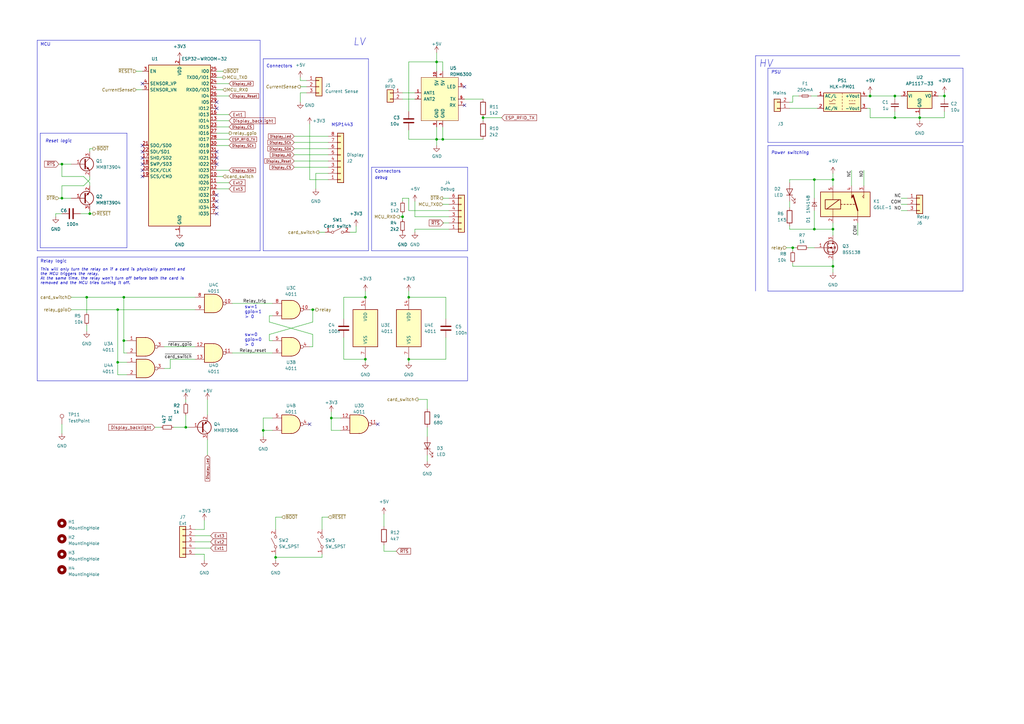
<source format=kicad_sch>
(kicad_sch (version 20241209) (generator "eeschema") (generator_version "9.0")
  (paper "A3")
  (rectangle (start 15.24 105.41) (end 191.77 156.21))
  (text "Power switching" (at 316.23 63.5 0) (effects (font (size 1.27 1.27) (italic yes)) (justify left bottom)))
  (text "Reset logic" (at 18.542 58.674 0) (effects (font (size 1.27 1.27) (italic yes)) (justify left bottom)))
  (text "Connectors" (at 153.67 71.12 0) (effects (font (size 1.27 1.27)) (justify left bottom)))
  (text "Relay logic" (at 16.51 107.95 0) (effects (font (size 1.27 1.27)) (justify left bottom)))
  (text "MCU" (at 16.51 19.05 0) (effects (font (size 1.27 1.27)) (justify left bottom)))
  (text "HV" (at 311.15 27.94 0) (effects (font (size 3 3) (italic yes)) (justify left bottom)))
  (text "sw=1\ngpio=1\n> 0" (at 100.33 130.81 0) (effects (font (size 1.27 1.27)) (justify left bottom)))
  (text "debug" (at 153.67 73.66 0) (effects (font (size 1.15 1.15) (italic yes)) (justify left bottom)))
  (text "This will only turn the relay on if a card is physically present and\nthe MCU triggers the relay.\nAt the same time, the relay won't turn off before both the card is\nremoved and the MCU tries turning it off." (at 16.51 116.84 0) (effects (font (size 1.15 1.15) (italic yes)) (justify left bottom)))
  (text "sw=0\ngpio=0\n> 0" (at 100.33 142.24 0) (effects (font (size 1.27 1.27)) (justify left bottom)))
  (text "MSP1443" (at 135.89 52.07 0) (effects (font (size 1.27 1.27)) (justify left bottom)))
  (text "LV" (at 144.78 19.05 0) (effects (font (size 3 3) (italic yes)) (justify left bottom)))
  (text "PSU" (at 316.23 30.48 0) (effects (font (size 1.27 1.27) (italic yes)) (justify left bottom)))
  (text "Connectors" (at 109.22 27.94 0) (effects (font (size 1.27 1.27)) (justify left bottom)))
  (junction (at 50.8 139.7))
  (junction (at 367.03 48.26))
  (junction (at 334.01 73.66))
  (junction (at 341.63 109.22))
  (junction (at 167.64 121.92))
  (junction (at 128.27 127))
  (junction (at 48.26 148.59))
  (junction (at 181.61 57.15))
  (junction (at 76.2 175.26))
  (junction (at 113.03 228.6))
  (junction (at 341.63 93.98))
  (junction (at 135.89 171.45))
  (junction (at 179.07 25.4))
  (junction (at 48.26 127))
  (junction (at 50.8 121.92))
  (junction (at 387.35 39.37))
  (junction (at 198.12 48.26))
  (junction (at 356.87 39.37))
  (junction (at 367.03 39.37))
  (junction (at 25.4 67.31))
  (junction (at 341.63 73.66))
  (junction (at 149.86 147.32))
  (junction (at 36.83 87.63))
  (junction (at 377.19 48.26))
  (junction (at 334.01 93.98))
  (junction (at 107.95 176.53))
  (junction (at 325.12 101.6))
  (junction (at 165.1 88.9))
  (junction (at 25.4 81.28))
  (junction (at 35.56 121.92))
  (junction (at 179.07 57.15))
  (junction (at 167.64 147.32))
  (junction (at 149.86 121.92))
  (no_connect (at 88.9 64.77))
  (no_connect (at 58.42 59.69))
  (no_connect (at 58.42 62.23))
  (no_connect (at 58.42 64.77))
  (no_connect (at 58.42 67.31))
  (no_connect (at 58.42 69.85))
  (no_connect (at 58.42 72.39))
  (no_connect (at 88.9 41.91))
  (no_connect (at 58.42 34.29))
  (no_connect (at 88.9 67.31))
  (no_connect (at 127 173.99))
  (no_connect (at 88.9 62.23))
  (no_connect (at 88.9 82.55))
  (no_connect (at 154.94 173.99))
  (no_connect (at 88.9 87.63))
  (no_connect (at 190.5 35.56))
  (no_connect (at 88.9 85.09))
  (no_connect (at 88.9 80.01))
  (no_connect (at 190.5 43.18))
  (no_connect (at 88.9 44.45))
  (wire (pts (xy 356.87 39.37) (xy 367.03 39.37)))
  (wire (pts (xy 35.56 133.35) (xy 35.56 135.89)))
  (wire (pts (xy 181.61 57.15) (xy 181.61 52.07)))
  (polyline (pts (xy 107.95 24.13) (xy 151.13 24.13)))
  (polyline (pts (xy 151.13 24.13) (xy 151.13 102.87)))
  (wire (pts (xy 83.82 213.36) (xy 83.82 217.17)))
  (wire (pts (xy 127 73.66) (xy 134.62 73.66)))
  (wire (pts (xy 181.61 83.82) (xy 184.15 83.82)))
  (wire (pts (xy 341.63 106.68) (xy 341.63 109.22)))
  (wire (pts (xy 198.12 48.26) (xy 198.12 49.53)))
  (wire (pts (xy 34.29 76.2) (xy 36.83 73.66)))
  (wire (pts (xy 76.2 163.83) (xy 76.2 165.1)))
  (wire (pts (xy 325.12 101.6) (xy 326.39 101.6)))
  (wire (pts (xy 120.65 68.58) (xy 134.62 68.58)))
  (wire (pts (xy 167.64 119.38) (xy 167.64 121.92)))
  (wire (pts (xy 165.1 81.28) (xy 167.64 81.28)))
  (wire (pts (xy 167.64 81.28) (xy 167.64 86.36)))
  (wire (pts (xy 128.27 142.24) (xy 127 142.24)))
  (wire (pts (xy 129.54 71.12) (xy 129.54 77.47)))
  (wire (pts (xy 167.64 57.15) (xy 179.07 57.15)))
  (wire (pts (xy 179.07 21.59) (xy 179.07 25.4)))
  (wire (pts (xy 36.83 74.93) (xy 36.83 76.2)))
  (wire (pts (xy 181.61 29.21) (xy 181.61 25.4)))
  (wire (pts (xy 149.86 147.32) (xy 149.86 148.59)))
  (wire (pts (xy 325.12 101.6) (xy 325.12 102.87)))
  (wire (pts (xy 331.47 101.6) (xy 334.01 101.6)))
  (wire (pts (xy 190.5 40.64) (xy 198.12 40.64)))
  (wire (pts (xy 88.9 69.85) (xy 93.98 69.85)))
  (polyline (pts (xy 152.4 102.87) (xy 152.4 68.58)))
  (polyline (pts (xy 191.77 68.58) (xy 191.77 102.87)))
  (polyline (pts (xy 191.77 102.87) (xy 152.4 102.87)))
  (wire (pts (xy 55.88 36.83) (xy 58.42 36.83)))
  (wire (pts (xy 50.8 121.92) (xy 50.8 139.7)))
  (wire (pts (xy 55.88 29.21) (xy 58.42 29.21)))
  (wire (pts (xy 132.08 212.09) (xy 132.08 217.17)))
  (wire (pts (xy 341.63 93.98) (xy 341.63 96.52)))
  (wire (pts (xy 179.07 57.15) (xy 181.61 57.15)))
  (wire (pts (xy 88.9 59.69) (xy 93.98 59.69)))
  (wire (pts (xy 323.85 41.91) (xy 325.12 41.91)))
  (wire (pts (xy 325.12 41.91) (xy 325.12 39.37)))
  (wire (pts (xy 88.9 77.47) (xy 93.98 77.47)))
  (wire (pts (xy 377.19 48.26) (xy 377.19 49.53)))
  (wire (pts (xy 120.65 63.5) (xy 134.62 63.5)))
  (wire (pts (xy 170.18 82.55) (xy 170.18 88.9)))
  (wire (pts (xy 356.87 48.26) (xy 367.03 48.26)))
  (wire (pts (xy 369.57 86.36) (xy 372.11 86.36)))
  (wire (pts (xy 123.19 31.75) (xy 123.19 33.02)))
  (wire (pts (xy 125.73 33.02) (xy 123.19 33.02)))
  (wire (pts (xy 29.21 121.92) (xy 35.56 121.92)))
  (wire (pts (xy 35.56 121.92) (xy 50.8 121.92)))
  (wire (pts (xy 167.64 121.92) (xy 182.88 121.92)))
  (wire (pts (xy 135.89 171.45) (xy 135.89 176.53)))
  (wire (pts (xy 36.83 60.96) (xy 38.1 60.96)))
  (wire (pts (xy 36.83 62.23) (xy 36.83 60.96)))
  (polyline (pts (xy 106.68 102.87) (xy 15.24 102.87)))
  (wire (pts (xy 83.82 227.33) (xy 83.82 229.87)))
  (wire (pts (xy 334.01 86.36) (xy 334.01 93.98)))
  (wire (pts (xy 334.01 93.98) (xy 341.63 93.98)))
  (wire (pts (xy 341.63 93.98) (xy 341.63 91.44)))
  (wire (pts (xy 323.85 92.71) (xy 323.85 93.98)))
  (wire (pts (xy 88.9 57.15) (xy 93.98 57.15)))
  (wire (pts (xy 113.03 212.09) (xy 113.03 217.17)))
  (wire (pts (xy 36.83 72.39) (xy 36.83 73.66)))
  (wire (pts (xy 29.21 127) (xy 48.26 127)))
  (wire (pts (xy 48.26 127) (xy 80.01 127)))
  (wire (pts (xy 322.58 101.6) (xy 325.12 101.6)))
  (wire (pts (xy 167.64 86.36) (xy 184.15 86.36)))
  (wire (pts (xy 128.27 137.16) (xy 128.27 142.24)))
  (wire (pts (xy 88.9 39.37) (xy 93.98 39.37)))
  (wire (pts (xy 120.65 66.04) (xy 134.62 66.04)))
  (wire (pts (xy 349.25 69.85) (xy 349.25 76.2)))
  (wire (pts (xy 175.26 186.69) (xy 175.26 189.23)))
  (wire (pts (xy 175.26 163.83) (xy 175.26 167.64)))
  (wire (pts (xy 123.19 35.56) (xy 125.73 35.56)))
  (wire (pts (xy 167.64 147.32) (xy 167.64 148.59)))
  (wire (pts (xy 67.31 142.24) (xy 80.01 142.24)))
  (wire (pts (xy 165.1 40.64) (xy 170.18 40.64)))
  (wire (pts (xy 88.9 54.61) (xy 93.98 54.61)))
  (wire (pts (xy 110.49 139.7) (xy 111.76 139.7)))
  (wire (pts (xy 149.86 119.38) (xy 149.86 121.92)))
  (wire (pts (xy 33.02 87.63) (xy 36.83 87.63)))
  (wire (pts (xy 25.4 173.99) (xy 25.4 177.8)))
  (wire (pts (xy 135.89 168.91) (xy 135.89 171.45)))
  (wire (pts (xy 80.01 227.33) (xy 83.82 227.33)))
  (wire (pts (xy 120.65 58.42) (xy 134.62 58.42)))
  (polyline (pts (xy 314.96 27.94) (xy 314.96 58.42)))
  (polyline (pts (xy 314.96 27.94) (xy 394.97 27.94)))
  (polyline (pts (xy 314.96 58.42) (xy 394.97 58.42)))
  (polyline (pts (xy 394.97 58.42) (xy 394.97 27.94)))
  (wire (pts (xy 48.26 153.67) (xy 52.07 153.67)))
  (wire (pts (xy 175.26 175.26) (xy 175.26 179.07)))
  (wire (pts (xy 323.85 82.55) (xy 323.85 85.09)))
  (wire (pts (xy 134.62 212.09) (xy 132.08 212.09)))
  (wire (pts (xy 107.95 176.53) (xy 107.95 171.45)))
  (wire (pts (xy 110.49 137.16) (xy 110.49 139.7)))
  (wire (pts (xy 354.33 69.85) (xy 354.33 76.2)))
  (wire (pts (xy 325.12 39.37) (xy 327.66 39.37)))
  (wire (pts (xy 165.1 38.1) (xy 170.18 38.1)))
  (wire (pts (xy 88.9 72.39) (xy 91.44 72.39)))
  (polyline (pts (xy 309.88 22.86) (xy 309.88 119.38)))
  (wire (pts (xy 123.19 38.1) (xy 123.19 41.91)))
  (polyline (pts (xy 107.95 24.13) (xy 107.95 102.87)))
  (wire (pts (xy 110.49 137.16) (xy 128.27 132.08)))
  (wire (pts (xy 167.64 53.34) (xy 167.64 57.15)))
  (wire (pts (xy 165.1 87.63) (xy 165.1 88.9)))
  (wire (pts (xy 165.1 88.9) (xy 165.1 90.17)))
  (polyline (pts (xy 314.96 59.69) (xy 314.96 119.38)))
  (polyline (pts (xy 314.96 119.38) (xy 394.97 119.38)))
  (polyline (pts (xy 394.97 59.69) (xy 314.96 59.69)))
  (polyline (pts (xy 394.97 119.38) (xy 394.97 59.69)))
  (wire (pts (xy 85.09 180.34) (xy 85.09 186.69)))
  (wire (pts (xy 132.08 227.33) (xy 132.08 228.6)))
  (wire (pts (xy 135.89 171.45) (xy 139.7 171.45)))
  (wire (pts (xy 133.35 95.25) (xy 130.81 95.25)))
  (wire (pts (xy 140.97 130.81) (xy 140.97 121.92)))
  (wire (pts (xy 107.95 171.45) (xy 111.76 171.45)))
  (wire (pts (xy 334.01 73.66) (xy 334.01 81.28)))
  (wire (pts (xy 341.63 73.66) (xy 334.01 73.66)))
  (wire (pts (xy 341.63 76.2) (xy 341.63 73.66)))
  (wire (pts (xy 387.35 38.1) (xy 387.35 39.37)))
  (wire (pts (xy 171.45 163.83) (xy 175.26 163.83)))
  (wire (pts (xy 181.61 91.44) (xy 184.15 91.44)))
  (wire (pts (xy 367.03 40.64) (xy 367.03 39.37)))
  (wire (pts (xy 198.12 48.26) (xy 205.74 48.26)))
  (wire (pts (xy 355.6 44.45) (xy 356.87 44.45)))
  (wire (pts (xy 356.87 44.45) (xy 356.87 48.26)))
  (wire (pts (xy 143.51 95.25) (xy 146.05 95.25)))
  (wire (pts (xy 332.74 39.37) (xy 335.28 39.37)))
  (wire (pts (xy 88.9 74.93) (xy 93.98 74.93)))
  (wire (pts (xy 80.01 219.71) (xy 86.36 219.71)))
  (wire (pts (xy 48.26 148.59) (xy 48.26 153.67)))
  (wire (pts (xy 113.03 228.6) (xy 113.03 229.87)))
  (wire (pts (xy 34.29 72.39) (xy 36.83 74.93)))
  (wire (pts (xy 165.1 81.28) (xy 165.1 82.55)))
  (wire (pts (xy 157.48 226.06) (xy 162.56 226.06)))
  (wire (pts (xy 181.61 57.15) (xy 198.12 57.15)))
  (wire (pts (xy 323.85 73.66) (xy 323.85 74.93)))
  (wire (pts (xy 128.27 127) (xy 129.54 127)))
  (wire (pts (xy 181.61 81.28) (xy 184.15 81.28)))
  (wire (pts (xy 88.9 52.07) (xy 93.98 52.07)))
  (wire (pts (xy 182.88 147.32) (xy 167.64 147.32)))
  (wire (pts (xy 107.95 179.07) (xy 107.95 176.53)))
  (wire (pts (xy 367.03 39.37) (xy 369.57 39.37)))
  (wire (pts (xy 107.95 176.53) (xy 111.76 176.53)))
  (wire (pts (xy 88.9 34.29) (xy 93.98 34.29)))
  (wire (pts (xy 146.05 95.25) (xy 146.05 92.71)))
  (wire (pts (xy 24.13 81.28) (xy 25.4 81.28)))
  (wire (pts (xy 182.88 138.43) (xy 182.88 147.32)))
  (wire (pts (xy 24.13 67.31) (xy 25.4 67.31)))
  (wire (pts (xy 48.26 127) (xy 48.26 148.59)))
  (wire (pts (xy 48.26 148.59) (xy 52.07 148.59)))
  (wire (pts (xy 167.64 25.4) (xy 167.64 45.72)))
  (wire (pts (xy 110.49 129.54) (xy 110.49 132.08)))
  (wire (pts (xy 111.76 129.54) (xy 110.49 129.54)))
  (wire (pts (xy 140.97 121.92) (xy 149.86 121.92)))
  (wire (pts (xy 123.19 38.1) (xy 125.73 38.1)))
  (wire (pts (xy 135.89 176.53) (xy 139.7 176.53)))
  (wire (pts (xy 341.63 109.22) (xy 341.63 111.76)))
  (wire (pts (xy 36.83 86.36) (xy 36.83 87.63)))
  (wire (pts (xy 36.83 87.63) (xy 38.1 87.63)))
  (wire (pts (xy 22.86 88.9) (xy 22.86 87.63)))
  (wire (pts (xy 88.9 29.21) (xy 91.44 29.21)))
  (polyline (pts (xy 106.68 16.51) (xy 106.68 102.87)))
  (wire (pts (xy 71.12 175.26) (xy 76.2 175.26)))
  (wire (pts (xy 128.27 127) (xy 128.27 132.08)))
  (wire (pts (xy 83.82 217.17) (xy 80.01 217.17)))
  (wire (pts (xy 134.62 71.12) (xy 129.54 71.12)))
  (wire (pts (xy 334.01 73.66) (xy 323.85 73.66)))
  (polyline (pts (xy 15.24 16.51) (xy 15.24 102.87)))
  (wire (pts (xy 76.2 175.26) (xy 77.47 175.26)))
  (polyline (pts (xy 15.24 16.51) (xy 106.68 16.51)))
  (wire (pts (xy 356.87 38.1) (xy 356.87 39.37)))
  (wire (pts (xy 356.87 39.37) (xy 355.6 39.37)))
  (wire (pts (xy 120.65 60.96) (xy 134.62 60.96)))
  (wire (pts (xy 179.07 25.4) (xy 179.07 29.21)))
  (wire (pts (xy 127 50.8) (xy 127 73.66)))
  (wire (pts (xy 88.9 46.99) (xy 93.98 46.99)))
  (wire (pts (xy 50.8 139.7) (xy 50.8 144.78)))
  (wire (pts (xy 50.8 144.78) (xy 52.07 144.78)))
  (wire (pts (xy 52.07 139.7) (xy 50.8 139.7)))
  (wire (pts (xy 170.18 88.9) (xy 184.15 88.9)))
  (wire (pts (xy 88.9 49.53) (xy 93.98 49.53)))
  (wire (pts (xy 323.85 93.98) (xy 334.01 93.98)))
  (wire (pts (xy 50.8 121.92) (xy 80.01 121.92)))
  (wire (pts (xy 76.2 170.18) (xy 76.2 175.26)))
  (wire (pts (xy 25.4 72.39) (xy 25.4 67.31)))
  (wire (pts (xy 34.29 72.39) (xy 25.4 72.39)))
  (wire (pts (xy 95.25 124.46) (xy 111.76 124.46)))
  (wire (pts (xy 67.31 151.13) (xy 69.85 151.13)))
  (wire (pts (xy 69.85 151.13) (xy 69.85 147.32)))
  (wire (pts (xy 110.49 132.08) (xy 128.27 137.16)))
  (wire (pts (xy 157.48 210.82) (xy 157.48 215.9)))
  (wire (pts (xy 95.25 144.78) (xy 111.76 144.78)))
  (wire (pts (xy 35.56 121.92) (xy 35.56 128.27)))
  (wire (pts (xy 157.48 226.06) (xy 157.48 223.52)))
  (wire (pts (xy 25.4 67.31) (xy 29.21 67.31)))
  (wire (pts (xy 367.03 45.72) (xy 367.03 48.26)))
  (wire (pts (xy 367.03 48.26) (xy 377.19 48.26)))
  (wire (pts (xy 377.19 48.26) (xy 377.19 46.99)))
  (wire (pts (xy 88.9 36.83) (xy 91.44 36.83)))
  (wire (pts (xy 181.61 25.4) (xy 179.07 25.4)))
  (polyline (pts (xy 16.51 54.61) (xy 16.51 101.6)))
  (polyline (pts (xy 16.51 54.61) (xy 52.07 54.61)))
  (polyline (pts (xy 16.51 101.6) (xy 52.07 101.6)))
  (polyline (pts (xy 52.07 101.6) (xy 52.07 54.61)))
  (wire (pts (xy 163.83 88.9) (xy 165.1 88.9)))
  (wire (pts (xy 384.81 39.37) (xy 387.35 39.37)))
  (wire (pts (xy 387.35 40.64) (xy 387.35 39.37)))
  (wire (pts (xy 132.08 228.6) (xy 113.03 228.6)))
  (wire (pts (xy 179.07 52.07) (xy 179.07 57.15)))
  (wire (pts (xy 179.07 25.4) (xy 167.64 25.4)))
  (wire (pts (xy 113.03 227.33) (xy 113.03 228.6)))
  (wire (pts (xy 140.97 147.32) (xy 140.97 138.43)))
  (wire (pts (xy 115.57 212.09) (xy 113.03 212.09)))
  (wire (pts (xy 85.09 163.83) (xy 85.09 170.18)))
  (wire (pts (xy 25.4 76.2) (xy 25.4 81.28)))
  (wire (pts (xy 25.4 81.28) (xy 29.21 81.28)))
  (wire (pts (xy 34.29 76.2) (xy 25.4 76.2)))
  (polyline (pts (xy 151.13 102.87) (xy 107.95 102.87)))
  (polyline (pts (xy 152.4 68.58) (xy 191.77 68.58)))
  (wire (pts (xy 69.85 147.32) (xy 80.01 147.32)))
  (wire (pts (xy 377.19 48.26) (xy 387.35 48.26)))
  (wire (pts (xy 387.35 45.72) (xy 387.35 48.26)))
  (polyline (pts (xy 309.88 22.86) (xy 393.7 22.86)))
  (wire (pts (xy 323.85 44.45) (xy 335.28 44.45)))
  (wire (pts (xy 22.86 87.63) (xy 25.4 87.63)))
  (wire (pts (xy 369.57 81.28) (xy 372.11 81.28)))
  (wire (pts (xy 63.5 175.26) (xy 66.04 175.26)))
  (wire (pts (xy 120.65 55.88) (xy 134.62 55.88)))
  (wire (pts (xy 341.63 71.12) (xy 341.63 73.66)))
  (wire (pts (xy 127 127) (xy 128.27 127)))
  (wire (pts (xy 80.01 222.25) (xy 86.36 222.25)))
  (wire (pts (xy 80.01 224.79) (xy 86.36 224.79)))
  (wire (pts (xy 325.12 109.22) (xy 341.63 109.22)))
  (wire (pts (xy 369.57 83.82) (xy 372.11 83.82)))
  (wire (pts (xy 325.12 107.95) (xy 325.12 109.22)))
  (wire (pts (xy 351.79 91.44) (xy 351.79 96.52)))
  (wire (pts (xy 170.18 93.98) (xy 170.18 95.25)))
  (wire (pts (xy 184.15 93.98) (xy 170.18 93.98)))
  (wire (pts (xy 179.07 57.15) (xy 179.07 59.69)))
  (wire (pts (xy 182.88 121.92) (xy 182.88 130.81)))
  (wire (pts (xy 88.9 31.75) (xy 91.44 31.75)))
  (wire (pts (xy 149.86 147.32) (xy 140.97 147.32)))
  (label "NO" (at 354.33 69.85 270))
  (label "COM" (at 351.79 96.52 90))
  (label "Relay_trig" (at 109.22 124.46 180))
  (label "Relay_reset" (at 109.22 144.78 180))
  (label "~{card_switch}" (at 78.74 147.32 180))
  (label "NC" (at 349.25 69.85 270))
  (label "NO" (at 369.57 86.36 180))
  (label "COM" (at 369.57 83.82 180))
  (label "~{relay_gpio}" (at 78.74 142.24 180))
  (label "NC" (at 369.57 81.28 180))
  (global_label "Ext3" (shape input) (at 86.36 219.71 0) (property "Intersheetrefs" "${INTERSHEET_REFS}" (effects (hide yes))))
  (global_label "Display_backlight" (shape input) (at 63.5 175.26 180) (property "Intersheetrefs" "${INTERSHEET_REFS}" (effects (hide yes))))
  (global_label "Display_Led" (shape input) (at 120.65 55.88 180) (effects (font (size 1 1))) (property "Intersheetrefs" "${INTERSHEET_REFS}" (effects (hide yes))))
  (global_label "Ext2" (shape input) (at 93.98 74.93 0) (property "Intersheetrefs" "${INTERSHEET_REFS}" (effects (hide yes))))
  (global_label "~{RTS}" (shape input) (at 162.56 226.06 0) (property "Intersheetrefs" "${INTERSHEET_REFS}" (effects (hide yes))))
  (global_label "Display_CS" (shape input) (at 93.98 52.07 0) (effects (font (size 1 1))) (property "Intersheetrefs" "${INTERSHEET_REFS}" (effects (hide yes))))
  (global_label "Display_SDA" (shape input) (at 93.98 69.85 0) (effects (font (size 1 1))) (property "Intersheetrefs" "${INTERSHEET_REFS}" (effects (hide yes))))
  (global_label "Display_SDA" (shape input) (at 120.65 60.96 180) (effects (font (size 1 1))) (property "Intersheetrefs" "${INTERSHEET_REFS}" (effects (hide yes))))
  (global_label "Display_backlight" (shape input) (at 93.98 49.53 0) (property "Intersheetrefs" "${INTERSHEET_REFS}" (effects (hide yes))))
  (global_label "ESP_RFID_TX" (shape input) (at 93.98 57.15 0) (effects (font (size 1 1))) (property "Intersheetrefs" "${INTERSHEET_REFS}" (effects (hide yes))))
  (global_label "Ext2" (shape input) (at 86.36 222.25 0) (property "Intersheetrefs" "${INTERSHEET_REFS}" (effects (hide yes))))
  (global_label "~{RTS}" (shape input) (at 181.864 91.44 180) (property "Intersheetrefs" "${INTERSHEET_REFS}" (effects (hide yes))))
  (global_label "~{RTS}" (shape input) (at 24.13 67.31 180) (property "Intersheetrefs" "${INTERSHEET_REFS}" (effects (hide yes))))
  (global_label "ESP_RFID_TX" (shape input) (at 205.74 48.26 0) (property "Intersheetrefs" "${INTERSHEET_REFS}" (effects (hide yes))))
  (global_label "Ext1" (shape input) (at 86.36 224.79 0) (property "Intersheetrefs" "${INTERSHEET_REFS}" (effects (hide yes))))
  (global_label "Display_Reset" (shape input) (at 120.65 66.04 180) (effects (font (size 1 1))) (property "Intersheetrefs" "${INTERSHEET_REFS}" (effects (hide yes))))
  (global_label "Ext3" (shape input) (at 93.98 77.47 0) (property "Intersheetrefs" "${INTERSHEET_REFS}" (effects (hide yes))))
  (global_label "Display_Led" (shape input) (at 85.09 186.69 270) (effects (font (size 1 1))) (property "Intersheetrefs" "${INTERSHEET_REFS}" (effects (hide yes))))
  (global_label "Display_A0" (shape input) (at 93.98 34.29 0) (effects (font (size 1 1))) (property "Intersheetrefs" "${INTERSHEET_REFS}" (effects (hide yes))))
  (global_label "Ext1" (shape input) (at 93.98 46.99 0) (property "Intersheetrefs" "${INTERSHEET_REFS}" (effects (hide yes))))
  (global_label "Display_Reset" (shape input) (at 93.98 39.37 0) (effects (font (size 1 1))) (property "Intersheetrefs" "${INTERSHEET_REFS}" (effects (hide yes))))
  (global_label "Display_CS" (shape input) (at 120.65 68.58 180) (effects (font (size 1 1))) (property "Intersheetrefs" "${INTERSHEET_REFS}" (effects (hide yes))))
  (global_label "Display_SCk" (shape input) (at 120.65 58.42 180) (effects (font (size 1 1))) (property "Intersheetrefs" "${INTERSHEET_REFS}" (effects (hide yes))))
  (global_label "Display_A0" (shape input) (at 120.65 63.5 180) (effects (font (size 1 1))) (property "Intersheetrefs" "${INTERSHEET_REFS}" (effects (hide yes))))
  (global_label "Display_SCk" (shape input) (at 93.98 59.69 0) (effects (font (size 1 1))) (property "Intersheetrefs" "${INTERSHEET_REFS}" (effects (hide yes))))
  (hierarchical_label "relay" (shape input) (at 322.58 101.6 180))
  (hierarchical_label "relay_gpio" (shape input) (at 29.21 127 180))
  (hierarchical_label "~{DTR}" (shape output) (at 181.61 81.28 180))
  (hierarchical_label "MCU_TX0" (shape output) (at 91.44 31.75 0))
  (hierarchical_label "card_switch" (shape output) (at 130.81 95.25 180))
  (hierarchical_label "~{RESET}" (shape output) (at 38.1 87.63 0))
  (hierarchical_label "relay_gpio" (shape output) (at 93.98 54.61 0))
  (hierarchical_label "card_switch" (shape input) (at 29.21 121.92 180))
  (hierarchical_label "CurrentSense" (shape output) (at 123.19 35.56 180) (effects (font (italic yes))))
  (hierarchical_label "~{RESET}" (shape input) (at 55.88 29.21 180))
  (hierarchical_label "~{DTR}" (shape input) (at 24.13 81.28 180))
  (hierarchical_label "CurrentSense" (shape input) (at 55.88 36.83 180) (effects (font (italic yes))))
  (hierarchical_label "MCU_TX0" (shape input) (at 181.61 83.82 180))
  (hierarchical_label "~{BOOT}" (shape output) (at 38.1 60.96 0))
  (hierarchical_label "MCU_RX0" (shape output) (at 163.83 88.9 180))
  (hierarchical_label "~{BOOT}" (shape input) (at 115.57 212.09 0))
  (hierarchical_label "relay" (shape output) (at 129.54 127 0))
  (hierarchical_label "card_switch" (shape output) (at 171.45 163.83 180))
  (hierarchical_label "~{BOOT}" (shape input) (at 91.44 29.21 0))
  (hierarchical_label "MCU_RX0" (shape input) (at 91.44 36.83 0))
  (hierarchical_label "~{RESET}" (shape input) (at 134.62 212.09 0))
  (hierarchical_label "card_switch" (shape input) (at 91.44 72.39 0))
  (symbol (lib_id "Converter_ACDC:HLK-PM01") (at 345.44 41.91 0) (unit 1)
    (property "Reference" "PS1" (at 345.44 33.02 0))
    (property "Value" "HLK-PM01" (at 345.44 35.56 0))
    (property "Footprint" "Converter_ACDC:Converter_ACDC_HiLink_HLK-PMxx" (effects (hide yes)))
    (property "Datasheet" "http://www.hlktech.net/product_detail.php?ProId=54" (effects (hide yes)))
  )
  (symbol (lib_id "power:+3V3") (at 127 50.8 0) (unit 1)
    (property "Reference" "#PWR03" (effects (hide yes)))
    (property "Value" "+3V3" (at 130.81 49.53 0))
  )
  (symbol (lib_id "power:GND") (at 83.82 229.87 0) (unit 1)
    (property "Reference" "#PWR012" (effects (hide yes)))
    (property "Value" "GND" (at 83.82 234.95 0))
  )
  (symbol (lib_id "power:+3V3") (at 135.89 168.91 0) (unit 1)
    (property "Reference" "#PWR09" (effects (hide yes)))
    (property "Value" "+3V3" (at 135.89 165.1 0))
  )
  (symbol (lib_id "Device:C_Small") (at 387.35 43.18 0) (unit 1)
    (property "Reference" "C2" (at 389.89 42.5513 0) (effects (justify left)))
    (property "Value" "10u" (at 389.89 45.0913 0) (effects (justify left)))
    (property "Footprint" "Capacitor_SMD:C_0603_1608Metric_Pad1.08x0.95mm_HandSolder" (effects (hide yes)))
  )
  (symbol (lib_id "4xxx:4011") (at 119.38 142.24 0) (unit 2)
    (property "Reference" "U3" (at 119.38 148.59 0))
    (property "Value" "4011" (at 119.38 151.13 0))
    (property "Footprint" "Package_SO:SOIC-14_3.9x8.7mm_P1.27mm" (effects (hide yes)))
    (property "Datasheet" "http://www.intersil.com/content/dam/Intersil/documents/cd40/cd4011bms-12bms-23bms.pdf" (effects (hide yes)))
  )
  (symbol (lib_id "Connector_Generic:Conn_01x02") (at 318.77 44.45 180) (unit 1)
    (property "Reference" "J3" (at 321.31 50.8001 0) (effects (justify left)))
    (property "Value" "Mains" (at 322.58 38.1001 0) (effects (justify left)))
    (property "Footprint" "Connector_Phoenix_MSTB:PhoenixContact_MSTBVA_2,5_2-G-5,08_1x02_P5.08mm_Vertical" (effects (hide yes)))
  )
  (symbol (lib_name "R_2") (lib_id "Device:R") (at 157.48 219.71 0) (unit 1)
    (property "Reference" "R12" (at 160.02 218.4399 0) (effects (justify left)))
    (property "Value" "4k7" (at 160.02 220.9799 0) (effects (justify left)))
    (property "Footprint" "Resistor_SMD:R_0603_1608Metric" (effects (hide yes)))
    (property "Description" "Resistor" (effects (hide yes)))
  )
  (symbol (lib_id "Device:LED") (at 175.26 182.88 90) (unit 1)
    (property "Reference" "D3" (at 179.07 183.8452 90) (effects (justify right)))
    (property "Value" "LED" (at 179.07 186.3852 90) (effects (justify right)))
    (property "Footprint" "LED_SMD:LED_0603_1608Metric" (effects (hide yes)))
  )
  (symbol (lib_id "Device:R_Small") (at 325.12 105.41 0) (mirror y) (unit 1)
    (property "Reference" "R8" (at 322.58 104.1399 0) (effects (justify left)))
    (property "Value" "10k" (at 322.58 106.6799 0) (effects (justify left)))
    (property "Footprint" "Resistor_SMD:R_0603_1608Metric" (effects (hide yes)))
  )
  (symbol (lib_id "Connector_Generic:Conn_01x05") (at 74.93 222.25 0) (mirror y) (unit 1)
    (property "Reference" "J7" (at 74.93 212.09 0))
    (property "Value" "Ext" (at 74.93 214.63 0))
    (property "Footprint" "Connector_PinHeader_2.54mm:PinHeader_1x05_P2.54mm_Vertical" (effects (hide yes)))
  )
  (symbol (lib_id "Transistor_BJT:MMBT3904") (at 34.29 81.28 0) (mirror x) (unit 1)
    (property "Reference" "Q2" (at 39.37 80.645 0) (effects (justify left)))
    (property "Value" "MMBT3904" (at 39.37 83.185 0) (effects (justify left)))
    (property "Footprint" "Package_TO_SOT_SMD:SOT-23" (effects (hide yes)))
    (property "Datasheet" "https://www.onsemi.com/pub/Collateral/2N3903-D.PDF" (effects (hide yes)))
  )
  (symbol (lib_id "Device:Q_NMOS_GSD") (at 339.09 101.6 0) (unit 1)
    (property "Reference" "Q3" (at 345.44 100.965 0) (effects (justify left)))
    (property "Value" "BSS138" (at 345.44 103.505 0) (effects (justify left)))
    (property "Footprint" "Package_TO_SOT_SMD:SOT-23" (effects (hide yes)))
  )
  (symbol (lib_id "power:GND") (at 129.54 77.47 0) (unit 1)
    (property "Reference" "#PWR04" (effects (hide yes)))
    (property "Value" "GND" (at 129.54 82.55 0))
  )
  (symbol (lib_id "Device:R_Small") (at 76.2 167.64 0) (mirror y) (unit 1)
    (property "Reference" "R2" (at 71.12 166.3699 0) (effects (justify right)))
    (property "Value" "1k" (at 71.12 168.9099 0) (effects (justify right)))
    (property "Footprint" "Resistor_SMD:R_0603_1608Metric" (effects (hide yes)))
  )
  (symbol (lib_id "power:+5V") (at 341.63 71.12 0) (unit 1)
    (property "Reference" "#PWR0121" (effects (hide yes)))
    (property "Value" "+5V" (at 341.63 66.04 0))
  )
  (symbol (lib_id "power:GND") (at 170.18 95.25 0) (unit 1)
    (property "Reference" "#PWR0117" (effects (hide yes)))
    (property "Value" "GND" (at 170.18 100.33 0))
  )
  (symbol (lib_id "4xxx:4011") (at 167.64 134.62 0) (unit 5)
    (property "Reference" "U4" (at 173.99 133.3499 0) (effects (justify left)))
    (property "Value" "4011" (at 173.99 135.8899 0) (effects (justify left)))
    (property "Footprint" "Package_SO:SOIC-14_3.9x8.7mm_P1.27mm" (effects (hide yes)))
    (property "Datasheet" "http://www.intersil.com/content/dam/Intersil/documents/cd40/cd4011bms-12bms-23bms.pdf" (effects (hide yes)))
  )
  (symbol (lib_id "power:GND") (at 175.26 189.23 0) (unit 1)
    (property "Reference" "#PWR010" (effects (hide yes)))
    (property "Value" "GND" (at 175.26 194.31 0))
  )
  (symbol (lib_id "Device:R_Small") (at 165.1 85.09 0) (mirror y) (unit 1)
    (property "Reference" "R3" (at 160.02 83.8199 0) (effects (justify right)))
    (property "Value" "1k2" (at 160.02 86.3599 0) (effects (justify right)))
    (property "Footprint" "Resistor_SMD:R_0603_1608Metric" (effects (hide yes)))
  )
  (symbol (lib_id "power:GND") (at 113.03 229.87 0) (unit 1)
    (property "Reference" "#PWR013" (effects (hide yes)))
    (property "Value" "GND" (at 113.03 234.95 0))
  )
  (symbol (lib_id "Device:D_Small") (at 334.01 83.82 90) (mirror x) (unit 1)
    (property "Reference" "D1" (at 331.47 90.17 0))
    (property "Value" "1N4148" (at 331.47 83.82 0))
    (property "Footprint" "Diode_SMD:D_SOD-123" (effects (hide yes)))
  )
  (symbol (lib_id "power:+3V3") (at 146.05 92.71 0) (unit 1)
    (property "Reference" "#PWR0119" (effects (hide yes)))
    (property "Value" "+3V3" (at 146.05 87.63 0))
  )
  (symbol (lib_id "power:+5V") (at 85.09 163.83 0) (unit 1)
    (property "Reference" "#PWR02" (effects (hide yes)))
    (property "Value" "+5V" (at 85.09 160.2826 0))
  )
  (symbol (lib_id "Mechanical:MountingHole") (at 25.4 220.98 0) (unit 1)
    (property "Reference" "H2" (at 27.94 220.345 0) (effects (justify left)))
    (property "Value" "MountingHole" (at 27.94 222.885 0) (effects (justify left)))
    (property "Footprint" "MountingHole:MountingHole_3.2mm_M3" (effects (hide yes)))
  )
  (symbol (lib_id "power:+5V") (at 356.87 38.1 0) (unit 1)
    (property "Reference" "#PWR0105" (effects (hide yes)))
    (property "Value" "+5V" (at 356.87 33.02 0))
  )
  (symbol (lib_id "Mechanical:MountingHole") (at 25.4 227.33 0) (unit 1)
    (property "Reference" "H3" (at 27.94 226.695 0) (effects (justify left)))
    (property "Value" "MountingHole" (at 27.94 229.235 0) (effects (justify left)))
    (property "Footprint" "MountingHole:MountingHole_3.2mm_M3" (effects (hide yes)))
  )
  (symbol (lib_id "power:GND") (at 341.63 111.76 0) (unit 1)
    (property "Reference" "#PWR0120" (effects (hide yes)))
    (property "Value" "GND" (at 341.63 116.84 0))
  )
  (symbol (lib_id "power:GND") (at 149.86 148.59 0) (unit 1)
    (property "Reference" "#PWR0113" (effects (hide yes)))
    (property "Value" "GND" (at 149.86 153.67 0))
  )
  (symbol (lib_id "Transistor_BJT:MMBT3906") (at 82.55 175.26 0) (mirror x) (unit 1)
    (property "Reference" "Q4" (at 87.63 173.9899 0) (effects (justify left)))
    (property "Value" "MMBT3906" (at 87.63 176.5299 0) (effects (justify left)))
    (property "Footprint" "Package_TO_SOT_SMD:SOT-23" (effects (hide yes)))
    (property "Datasheet" "https://www.onsemi.com/pub/Collateral/2N3906-D.PDF" (effects (hide yes)))
  )
  (symbol (lib_id "Device:R_Small") (at 68.58 175.26 270) (mirror x) (unit 1)
    (property "Reference" "R1" (at 69.8501 170.18 0) (effects (justify right)))
    (property "Value" "4k7" (at 67.3101 170.18 0) (effects (justify right)))
    (property "Footprint" "Resistor_SMD:R_0603_1608Metric" (effects (hide yes)))
  )
  (symbol (lib_id "power:+5V") (at 123.19 31.75 0) (unit 1)
    (property "Reference" "#PWR0108" (effects (hide yes)))
    (property "Value" "+5V" (at 123.19 26.67 0))
  )
  (symbol (lib_id "power:GND") (at 22.86 88.9 0) (unit 1)
    (property "Reference" "#PWR015" (effects (hide yes)))
    (property "Value" "GND" (at 22.86 93.98 0))
    (property "Description" "Power flag, ground" (effects (hide yes)))
  )
  (symbol (lib_id "power:+3V3") (at 167.64 119.38 0) (unit 1)
    (property "Reference" "#PWR0116" (effects (hide yes)))
    (property "Value" "+3V3" (at 167.64 114.3 0))
  )
  (symbol (lib_id "power:GND") (at 123.19 41.91 0) (unit 1)
    (property "Reference" "#PWR0112" (effects (hide yes)))
    (property "Value" "GND" (at 127 43.18 0))
  )
  (symbol (lib_id "Connector_Generic:Conn_01x03") (at 130.81 35.56 0) (unit 1)
    (property "Reference" "J1" (at 133.35 34.925 0) (effects (justify left)))
    (property "Value" "Current Sense" (at 133.35 37.465 0) (effects (justify left)))
    (property "Footprint" "Connector_JST:JST_XH_B3B-XH-A_1x03_P2.50mm_Vertical" (effects (hide yes)))
  )
  (symbol (lib_id "4xxx:4011") (at 147.32 173.99 0) (unit 4)
    (property "Reference" "U3" (at 147.3117 166.37 0))
    (property "Value" "4011" (at 147.3117 168.91 0))
    (property "Footprint" "Package_SO:SOIC-14_3.9x8.7mm_P1.27mm" (effects (hide yes)))
    (property "Datasheet" "http://www.intersil.com/content/dam/Intersil/documents/cd40/cd4011bms-12bms-23bms.pdf" (effects (hide yes)))
  )
  (symbol (lib_id "4xxx:4011") (at 149.86 134.62 0) (unit 5)
    (property "Reference" "U3" (at 156.21 133.3499 0) (effects (justify left)))
    (property "Value" "4011" (at 156.21 135.8899 0) (effects (justify left)))
    (property "Footprint" "Package_SO:SOIC-14_3.9x8.7mm_P1.27mm" (effects (hide yes)))
    (property "Datasheet" "http://www.intersil.com/content/dam/Intersil/documents/cd40/cd4011bms-12bms-23bms.pdf" (effects (hide yes)))
  )
  (symbol (lib_id "Connector_Generic:Conn_01x03") (at 377.19 83.82 0) (unit 1)
    (property "Reference" "J6" (at 375.92 91.4399 0) (effects (justify left)))
    (property "Value" "Relay" (at 375.92 88.8999 0) (effects (justify left)))
    (property "Footprint" "Connector_Phoenix_MSTB:PhoenixContact_MSTBVA_2,5_3-G-5,08_1x03_P5.08mm_Vertical" (effects (hide yes)))
  )
  (symbol (lib_id "Connector_Generic:Conn_01x06") (at 189.23 88.9 0) (mirror x) (unit 1)
    (property "Reference" "J4" (at 183.5785 74.93 0))
    (property "Value" "Debug" (at 183.5785 77.47 0))
    (property "Footprint" "Connector_PinHeader_2.54mm:PinHeader_1x06_P2.54mm_Vertical" (effects (hide yes)))
  )
  (symbol (lib_id "Device:C") (at 29.21 87.63 270) (unit 1)
    (property "Reference" "C6" (at 26.162 86.36 90))
    (property "Value" "100n" (at 29.718 91.948 90))
    (property "Footprint" "Capacitor_SMD:C_0603_1608Metric" (effects (hide yes)))
    (property "Description" "Unpolarized capacitor" (effects (hide yes)))
  )
  (symbol (lib_id "Device:Fuse_Small") (at 330.2 39.37 0) (unit 1)
    (property "Reference" "F1" (at 330.2 34.29 0))
    (property "Value" "250mA" (at 330.2 36.83 0))
    (property "Footprint" "Fuse:Fuse_Littelfuse_395Series" (effects (hide yes)))
  )
  (symbol (lib_id "power:+5V") (at 170.18 82.55 0) (unit 1)
    (property "Reference" "#PWR0107" (effects (hide yes)))
    (property "Value" "+5V" (at 170.18 77.47 0))
  )
  (symbol (lib_id "Device:R") (at 198.12 53.34 0) (unit 1)
    (property "Reference" "R10" (at 200.66 52.705 0) (effects (justify left)))
    (property "Value" "2k2" (at 200.66 55.245 0) (effects (justify left)))
    (property "Footprint" "Resistor_SMD:R_0603_1608Metric" (effects (hide yes)))
  )
  (symbol (lib_id "4xxx:4011") (at 59.69 142.24 0) (unit 1)
    (property "Reference" "U3" (at 44.45 140.97 0))
    (property "Value" "4011" (at 44.45 143.51 0))
    (property "Footprint" "Package_SO:SOIC-14_3.9x8.7mm_P1.27mm" (effects (hide yes)))
    (property "Datasheet" "http://www.intersil.com/content/dam/Intersil/documents/cd40/cd4011bms-12bms-23bms.pdf" (effects (hide yes)))
  )
  (symbol (lib_id "Regulator_Linear:AP1117-33") (at 377.19 39.37 0) (unit 1)
    (property "Reference" "U2" (at 377.19 31.75 0))
    (property "Value" "AP1117-33" (at 377.19 34.29 0))
    (property "Footprint" "Package_TO_SOT_SMD:SOT-223-3_TabPin2" (effects (hide yes)))
    (property "Datasheet" "http://www.diodes.com/datasheets/AP1117.pdf" (effects (hide yes)))
  )
  (symbol (lib_id "power:GND") (at 73.66 95.25 0) (unit 1)
    (property "Reference" "#PWR0101" (effects (hide yes)))
    (property "Value" "GND" (at 73.66 100.33 0))
  )
  (symbol (lib_id "power:GND") (at 107.95 179.07 0) (unit 1)
    (property "Reference" "#PWR07" (effects (hide yes)))
    (property "Value" "GND" (at 107.95 184.15 0))
  )
  (symbol (lib_id "Switch:SW_SPST") (at 132.08 222.25 90) (unit 1)
    (property "Reference" "SW3" (at 133.35 221.615 90) (effects (justify right)))
    (property "Value" "SW_SPST" (at 133.35 224.155 90) (effects (justify right)))
    (property "Footprint" "Button_Switch_SMD:SW_SPST_CK_RS282G05A3" (effects (hide yes)))
  )
  (symbol (lib_id "4xxx:4011") (at 119.38 173.99 0) (unit 2)
    (property "Reference" "U4" (at 119.3717 166.37 0))
    (property "Value" "4011" (at 119.3717 168.91 0))
    (property "Footprint" "Package_SO:SOIC-14_3.9x8.7mm_P1.27mm" (effects (hide yes)))
    (property "Datasheet" "http://www.intersil.com/content/dam/Intersil/documents/cd40/cd4011bms-12bms-23bms.pdf" (effects (hide yes)))
  )
  (symbol (lib_id "Device:C") (at 182.88 134.62 0) (unit 1)
    (property "Reference" "C5" (at 186.69 133.985 0) (effects (justify left)))
    (property "Value" "100n" (at 186.69 136.525 0) (effects (justify left)))
    (property "Footprint" "Capacitor_SMD:C_0603_1608Metric" (effects (hide yes)))
  )
  (symbol (lib_id "RF_Module:ESP32-WROOM-32") (at 73.66 59.69 0) (unit 1)
    (property "Reference" "U1" (at 63.5 24.13 0))
    (property "Value" "ESP32-WROOM-32" (at 83.82 24.13 0))
    (property "Footprint" "RF_Module:ESP32-WROOM-32" (effects (hide yes)))
    (property "Datasheet" "https://www.espressif.com/sites/default/files/documentation/esp32-wroom-32_datasheet_en.pdf" (effects (hide yes)))
  )
  (symbol (lib_id "Device:R") (at 198.12 44.45 0) (unit 1)
    (property "Reference" "R11" (at 200.66 43.815 0) (effects (justify left)))
    (property "Value" "1k2" (at 200.66 46.355 0) (effects (justify left)))
    (property "Footprint" "Resistor_SMD:R_0603_1608Metric" (effects (hide yes)))
  )
  (symbol (lib_id "Device:R_Small") (at 328.93 101.6 90) (mirror x) (unit 1)
    (property "Reference" "R7" (at 328.93 96.52 90))
    (property "Value" "1k" (at 328.93 99.06 90))
    (property "Footprint" "Resistor_SMD:R_0603_1608Metric" (effects (hide yes)))
  )
  (symbol (lib_id "Relay:G5LE-1") (at 346.71 83.82 0) (unit 1)
    (property "Reference" "K1" (at 358.14 82.5499 0) (effects (justify left)))
    (property "Value" "G5LE-1" (at 358.14 85.0899 0) (effects (justify left)))
    (property "Footprint" "Relay_THT:Relay_SPDT_Omron-G5LE-1" (effects (hide yes)))
    (property "Datasheet" "http://www.omron.com/ecb/products/pdf/en-g5le.pdf" (effects (hide yes)))
  )
  (symbol (lib_id "Device:R") (at 175.26 171.45 0) (unit 1)
    (property "Reference" "R9" (at 177.8 170.815 0) (effects (justify left)))
    (property "Value" "680" (at 177.8 173.355 0) (effects (justify left)))
    (property "Footprint" "Resistor_SMD:R_0603_1608Metric" (effects (hide yes)))
  )
  (symbol (lib_id "power:GND") (at 35.56 135.89 0) (unit 1)
    (property "Reference" "#PWR0103" (effects (hide yes)))
    (property "Value" "GND" (at 35.56 140.97 0))
  )
  (symbol (lib_id "Connector:TestPoint") (at 25.4 173.99 0) (unit 1)
    (property "Reference" "TP11" (at 27.94 170.053 0) (effects (justify left)))
    (property "Value" "TestPoint" (at 27.94 172.593 0) (effects (justify left)))
    (property "Footprint" "TestPoint:TestPoint_Keystone_5000-5004_Miniature" (effects (hide yes)))
  )
  (symbol (lib_id "Device:R_Small") (at 35.56 130.81 0) (unit 1)
    (property "Reference" "R5" (at 30.48 129.5399 0) (effects (justify left)))
    (property "Value" "10k" (at 30.48 132.0799 0) (effects (justify left)))
    (property "Footprint" "Resistor_SMD:R_0603_1608Metric" (effects (hide yes)))
  )
  (symbol (lib_id "Device:C") (at 167.64 49.53 0) (unit 1)
    (property "Reference" "C3" (at 161.29 48.26 0) (effects (justify left)))
    (property "Value" "10u" (at 160.02 50.8 0) (effects (justify left)))
    (property "Footprint" "Capacitor_SMD:C_0603_1608Metric" (effects (hide yes)))
  )
  (symbol (lib_id "power:GND") (at 167.64 148.59 0) (unit 1)
    (property "Reference" "#PWR0115" (effects (hide yes)))
    (property "Value" "GND" (at 167.64 153.67 0))
  )
  (symbol (lib_id "4xxx:4011") (at 59.69 151.13 0) (unit 1)
    (property "Reference" "U4" (at 44.45 149.86 0))
    (property "Value" "4011" (at 44.45 152.4 0))
    (property "Footprint" "Package_SO:SOIC-14_3.9x8.7mm_P1.27mm" (effects (hide yes)))
    (property "Datasheet" "http://www.intersil.com/content/dam/Intersil/documents/cd40/cd4011bms-12bms-23bms.pdf" (effects (hide yes)))
  )
  (symbol (lib_name "+5V_2") (lib_id "power:+5V") (at 157.48 210.82 0) (unit 1)
    (property "Reference" "#PWR014" (effects (hide yes)))
    (property "Value" "+5V" (at 157.48 205.74 0))
    (property "Description" "Power flag, +5V" (effects (hide yes)))
  )
  (symbol (lib_id "4xxx:4011") (at 87.63 144.78 0) (unit 4)
    (property "Reference" "U4" (at 87.63 149.86 0))
    (property "Value" "4011" (at 87.63 152.4 0))
    (property "Footprint" "Package_SO:SOIC-14_3.9x8.7mm_P1.27mm" (effects (hide yes)))
    (property "Datasheet" "http://www.intersil.com/content/dam/Intersil/documents/cd40/cd4011bms-12bms-23bms.pdf" (effects (hide yes)))
  )
  (symbol (lib_id "power:GND") (at 179.07 59.69 0) (unit 1)
    (property "Reference" "#PWR06" (effects (hide yes)))
    (property "Value" "GND" (at 179.197 64.0842 0))
  )
  (symbol (lib_id "Mechanical:MountingHole") (at 25.4 233.68 0) (unit 1)
    (property "Reference" "H4" (at 27.94 233.045 0) (effects (justify left)))
    (property "Value" "MountingHole" (at 27.94 235.585 0) (effects (justify left)))
    (property "Footprint" "MountingHole:MountingHole_3.2mm_M3" (effects (hide yes)))
  )
  (symbol (lib_id "power:+3V3") (at 387.35 38.1 0) (unit 1)
    (property "Reference" "#PWR0104" (effects (hide yes)))
    (property "Value" "+3V3" (at 387.35 33.02 0))
  )
  (symbol (lib_id "4xxx:4011") (at 87.63 124.46 0) (unit 3)
    (property "Reference" "U4" (at 87.63 116.84 0))
    (property "Value" "4011" (at 87.63 119.38 0))
    (property "Footprint" "Package_SO:SOIC-14_3.9x8.7mm_P1.27mm" (effects (hide yes)))
    (property "Datasheet" "http://www.intersil.com/content/dam/Intersil/documents/cd40/cd4011bms-12bms-23bms.pdf" (effects (hide yes)))
  )
  (symbol (lib_id "Mechanical:MountingHole") (at 25.4 214.63 0) (unit 1)
    (property "Reference" "H1" (at 27.94 213.995 0) (effects (justify left)))
    (property "Value" "MountingHole" (at 27.94 216.535 0) (effects (justify left)))
    (property "Footprint" "MountingHole:MountingHole_3.2mm_M3" (effects (hide yes)))
  )
  (symbol (lib_id "power:+3V3") (at 73.66 24.13 0) (unit 1)
    (property "Reference" "#PWR0102" (effects (hide yes)))
    (property "Value" "+3V3" (at 73.66 19.05 0))
  )
  (symbol (lib_id "power:+3V3") (at 149.86 119.38 0) (unit 1)
    (property "Reference" "#PWR0114" (effects (hide yes)))
    (property "Value" "+3V3" (at 149.86 114.3 0))
  )
  (symbol (lib_id "Device:R_Small") (at 165.1 92.71 0) (mirror y) (unit 1)
    (property "Reference" "R4" (at 160.02 91.4399 0) (effects (justify right)))
    (property "Value" "2k2" (at 160.02 93.9799 0) (effects (justify right)))
    (property "Footprint" "Resistor_SMD:R_0603_1608Metric" (effects (hide yes)))
  )
  (symbol (lib_id "gtrzps:RDM6300") (at 180.34 40.64 0) (mirror y) (unit 1)
    (property "Reference" "U5" (at 184.4803 27.94 0) (effects (justify right)))
    (property "Value" "RDM6300" (at 184.4803 30.48 0) (effects (justify right)))
    (property "Footprint" "modules:RDM6300_B38.5x18.2mm" (effects (hide yes)))
  )
  (symbol (lib_id "Switch:SW_SPST") (at 113.03 222.25 90) (unit 1)
    (property "Reference" "SW2" (at 114.3 221.615 90) (effects (justify right)))
    (property "Value" "SW_SPST" (at 114.3 224.155 90) (effects (justify right)))
    (property "Footprint" "Button_Switch_SMD:SW_SPST_CK_RS282G05A3" (effects (hide yes)))
  )
  (symbol (lib_id "power:GND") (at 25.4 177.8 0) (unit 1)
    (property "Reference" "#PWR08" (effects (hide yes)))
    (property "Value" "GND" (at 25.4 182.88 0))
  )
  (symbol (lib_id "Transistor_BJT:MMBT3904") (at 34.29 67.31 0) (unit 1)
    (property "Reference" "Q1" (at 39.37 66.04 0) (effects (justify left)))
    (property "Value" "MMBT3904" (at 39.37 68.58 0) (effects (justify left)))
    (property "Footprint" "Package_TO_SOT_SMD:SOT-23" (effects (hide yes)))
    (property "Datasheet" "https://www.onsemi.com/pub/Collateral/2N3903-D.PDF" (effects (hide yes)))
  )
  (symbol (lib_id "Device:C") (at 140.97 134.62 0) (unit 1)
    (property "Reference" "C4" (at 134.62 133.35 0) (effects (justify left)))
    (property "Value" "100n" (at 134.62 135.89 0) (effects (justify left)))
    (property "Footprint" "Capacitor_SMD:C_0603_1608Metric" (effects (hide yes)))
  )
  (symbol (lib_id "power:+5V") (at 76.2 163.83 0) (unit 1)
    (property "Reference" "#PWR01" (effects (hide yes)))
    (property "Value" "+5V" (at 76.2 160.2826 0))
  )
  (symbol (lib_id "Device:R") (at 323.85 88.9 0) (unit 1)
    (property "Reference" "R6" (at 318.77 87.63 0) (effects (justify left)))
    (property "Value" "1K5" (at 318.77 90.17 0) (effects (justify left)))
    (property "Footprint" "Resistor_SMD:R_0603_1608Metric" (effects (hide yes)))
  )
  (symbol (lib_id "Device:LED") (at 323.85 78.74 90) (unit 1)
    (property "Reference" "D2" (at 317.5 77.47 90) (effects (justify right)))
    (property "Value" "LED" (at 317.5 80.01 90) (effects (justify right)))
    (property "Footprint" "LED_SMD:LED_0603_1608Metric" (effects (hide yes)))
  )
  (symbol (lib_id "4xxx:4011") (at 119.38 127 0) (unit 3)
    (property "Reference" "U3" (at 119.38 118.11 0))
    (property "Value" "4011" (at 119.38 120.65 0))
    (property "Footprint" "Package_SO:SOIC-14_3.9x8.7mm_P1.27mm" (effects (hide yes)))
    (property "Datasheet" "http://www.intersil.com/content/dam/Intersil/documents/cd40/cd4011bms-12bms-23bms.pdf" (effects (hide yes)))
  )
  (symbol (lib_id "power:+5V") (at 179.07 21.59 0) (unit 1)
    (property "Reference" "#PWR05" (effects (hide yes)))
    (property "Value" "+5V" (at 179.07 18.0426 0))
  )
  (symbol (lib_id "power:GND") (at 165.1 95.25 0) (unit 1)
    (property "Reference" "#PWR0118" (effects (hide yes)))
    (property "Value" "GND" (at 165.1 100.33 0))
  )
  (symbol (lib_id "power:+3V3") (at 83.82 213.36 0) (unit 1)
    (property "Reference" "#PWR011" (effects (hide yes)))
    (property "Value" "+3V3" (at 83.82 209.55 0))
  )
  (symbol (lib_id "power:GND") (at 377.19 49.53 0) (unit 1)
    (property "Reference" "#PWR0106" (effects (hide yes)))
    (property "Value" "GND" (at 377.19 54.61 0))
  )
  (symbol (lib_id "Switch:SW_SPST") (at 138.43 95.25 0) (unit 1)
    (property "Reference" "SW1" (at 138.43 90.17 0))
    (property "Value" "Card switch" (at 138.43 92.71 0))
    (property "Footprint" "Connector_JST:JST_XH_B2B-XH-A_1x02_P2.50mm_Vertical" (effects (hide yes)))
  )
  (symbol (lib_id "Device:C_Small") (at 367.03 43.18 0) (mirror y) (unit 1)
    (property "Reference" "C1" (at 364.49 41.9099 0) (effects (justify left)))
    (property "Value" "1u" (at 364.49 44.4499 0) (effects (justify left)))
    (property "Footprint" "Capacitor_SMD:C_0603_1608Metric" (effects (hide yes)))
  )
  (symbol (lib_id "Connector_Generic:Conn_01x08") (at 139.7 66.04 0) (mirror x) (unit 1)
    (property "Reference" "J2" (at 142.24 66.0401 0) (effects (justify left)))
    (property "Value" "Display" (at 142.24 63.5001 0) (effects (justify left)))
    (property "Footprint" "Connector_PinSocket_2.54mm:PinSocket_1x08_P2.54mm_Vertical" (effects (hide yes)))
  )
  (symbol (lib_id "Connector_Generic:Conn_01x02") (at 160.02 38.1 0) (mirror y) (unit 1)
    (property "Reference" "J5" (at 160.02 33.02 0))
    (property "Value" "RFID" (at 160.02 35.56 0))
    (property "Footprint" "Connector_JST:JST_XH_B2B-XH-A_1x02_P2.50mm_Vertical" (effects (hide yes)))
  )
)
</source>
